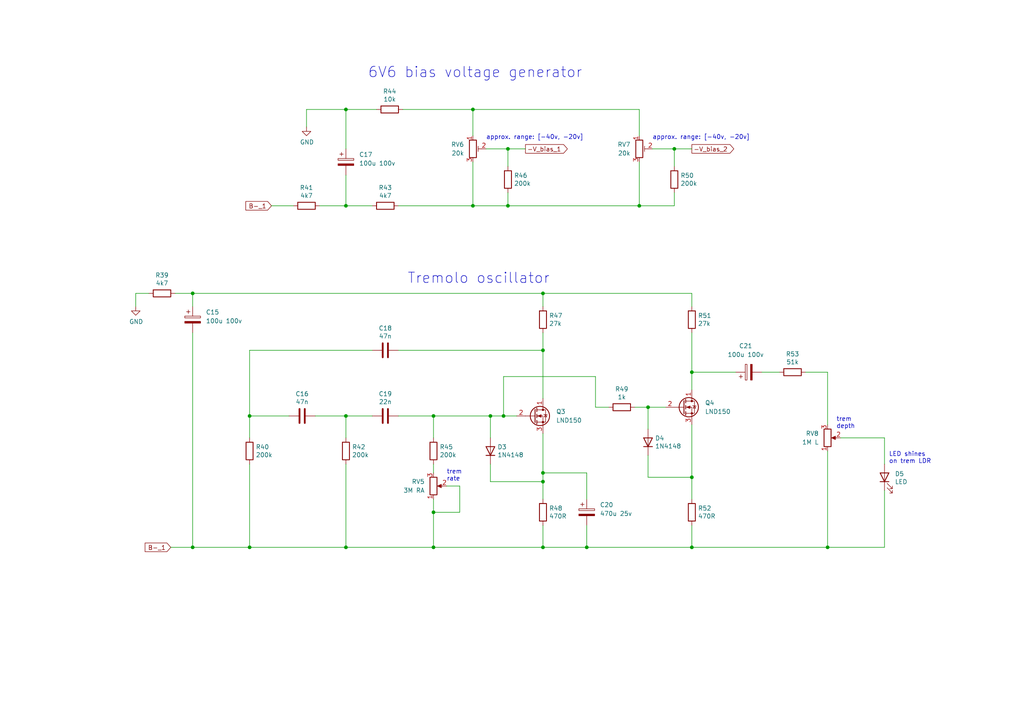
<source format=kicad_sch>
(kicad_sch (version 20211123) (generator eeschema)
  (paper "A4")
  (title_block (title "A200 12 watt class AB tube amp") (date "2021-12-26") (rev "0") (comment 1 "creativecommons.org/licenses/by/4.0/") (comment 2 "License: CC by 4.0") (comment 3 "Author: Jordan Aceto"))
  (lib_symbols
    (symbol "Device:C" (pin_numbers hide) (pin_names (offset 0.254))
      (property "Reference" "C" (at 0.635 2.54 0))
      (property "Value" "C" (at 0.635 -2.54 0))
      (symbol "C_0_1"
        (polyline (pts (xy -2.032 -0.762) (xy 2.032 -0.762)) (stroke (width 0.508)))
        (polyline (pts (xy -2.032 0.762) (xy 2.032 0.762)) (stroke (width 0.508)))
      )
      (symbol "C_1_1"
        (pin passive line (at 0 3.81 270) (length 2.794) (name "~") (number "1"))
        (pin passive line (at 0 -3.81 90) (length 2.794) (name "~") (number "2"))
      )
    )
    (symbol "Device:C_Polarized" (pin_numbers hide) (pin_names (offset 0.254))
      (property "Reference" "C" (at 0.635 2.54 0))
      (property "Value" "C_Polarized" (at 0.635 -2.54 0))
      (symbol "C_Polarized_0_1"
        (rectangle (start -2.286 0.508) (end 2.286 1.016))
        (polyline (pts (xy -1.778 2.286) (xy -0.762 2.286)))
        (polyline (pts (xy -1.27 2.794) (xy -1.27 1.778)))
        (rectangle (start 2.286 -0.508) (end -2.286 -1.016) (fill (type outline)))
      )
      (symbol "C_Polarized_1_1"
        (pin passive line (at 0 3.81 270) (length 2.794) (name "~") (number "1"))
        (pin passive line (at 0 -3.81 90) (length 2.794) (name "~") (number "2"))
      )
    )
    (symbol "Device:LED" (pin_numbers hide) (pin_names (offset 1.016) hide)
      (property "Reference" "D" (at 0 2.54 0))
      (property "Value" "LED" (at 0 -2.54 0))
      (symbol "LED_0_1"
        (polyline (pts (xy -1.27 -1.27) (xy -1.27 1.27)) (stroke (width 0.254)))
        (polyline (pts (xy -1.27 0) (xy 1.27 0)))
        (polyline (pts (xy 1.27 -1.27) (xy 1.27 1.27) (xy -1.27 0) (xy 1.27 -1.27)) (stroke (width 0.254)))
        (polyline (pts (xy -3.048 -0.762) (xy -4.572 -2.286) (xy -3.81 -2.286) (xy -4.572 -2.286) (xy -4.572 -1.524)))
        (polyline (pts (xy -1.778 -0.762) (xy -3.302 -2.286) (xy -2.54 -2.286) (xy -3.302 -2.286) (xy -3.302 -1.524)))
      )
      (symbol "LED_1_1"
        (pin passive line (at -3.81 0 0) (length 2.54) (name "K") (number "1"))
        (pin passive line (at 3.81 0 180) (length 2.54) (name "A") (number "2"))
      )
    )
    (symbol "Device:R" (pin_numbers hide) (pin_names (offset 0))
      (property "Reference" "R" (at 2.032 0 90))
      (property "Value" "R" (at 0 0 90))
      (symbol "R_0_1"
        (rectangle (start -1.016 -2.54) (end 1.016 2.54) (stroke (width 0.254)))
      )
      (symbol "R_1_1"
        (pin passive line (at 0 3.81 270) (length 1.27) (name "~") (number "1"))
        (pin passive line (at 0 -3.81 90) (length 1.27) (name "~") (number "2"))
      )
    )
    (symbol "Device:R_Potentiometer" (pin_names (offset 1.016) hide)
      (property "Reference" "RV" (at -4.445 0 90))
      (property "Value" "R_Potentiometer" (at -2.54 0 90))
      (symbol "R_Potentiometer_0_1"
        (polyline (pts (xy 2.54 0) (xy 1.524 0)))
        (polyline (pts (xy 1.143 0) (xy 2.286 0.508) (xy 2.286 -0.508) (xy 1.143 0)) (fill (type outline)))
        (rectangle (start 1.016 2.54) (end -1.016 -2.54) (stroke (width 0.254)))
      )
      (symbol "R_Potentiometer_1_1"
        (pin passive line (at 0 3.81 270) (length 1.27) (name "1") (number "1"))
        (pin passive line (at 3.81 0 180) (length 1.27) (name "2") (number "2"))
        (pin passive line (at 0 -3.81 90) (length 1.27) (name "3") (number "3"))
      )
    )
    (symbol "Device:R_Potentiometer_Trim" (pin_names (offset 1.016) hide)
      (property "Reference" "RV" (at -4.445 0 90))
      (property "Value" "R_Potentiometer_Trim" (at -2.54 0 90))
      (symbol "R_Potentiometer_Trim_0_1"
        (polyline (pts (xy 1.524 0.762) (xy 1.524 -0.762)))
        (polyline (pts (xy 2.54 0) (xy 1.524 0)))
        (rectangle (start 1.016 2.54) (end -1.016 -2.54) (stroke (width 0.254)))
      )
      (symbol "R_Potentiometer_Trim_1_1"
        (pin passive line (at 0 3.81 270) (length 1.27) (name "1") (number "1"))
        (pin passive line (at 3.81 0 180) (length 1.27) (name "2") (number "2"))
        (pin passive line (at 0 -3.81 90) (length 1.27) (name "3") (number "3"))
      )
    )
    (symbol "Diode:1N4148" (pin_numbers hide) (pin_names (offset 1.016) hide)
      (property "Reference" "D" (at 0 2.54 0))
      (property "Value" "1N4148" (at 0 -2.54 0))
      (symbol "1N4148_0_1"
        (polyline (pts (xy -1.27 1.27) (xy -1.27 -1.27)) (stroke (width 0.254)))
        (polyline (pts (xy 1.27 0) (xy -1.27 0)))
        (polyline (pts (xy 1.27 1.27) (xy 1.27 -1.27) (xy -1.27 0) (xy 1.27 1.27)) (stroke (width 0.254)))
      )
      (symbol "1N4148_1_1"
        (pin passive line (at -3.81 0 0) (length 2.54) (name "K") (number "1"))
        (pin passive line (at 3.81 0 180) (length 2.54) (name "A") (number "2"))
      )
    )
    (symbol "Transistor_FET:BSB008NE2LX" (pin_names hide)
      (property "Reference" "Q" (at 5.08 1.905 0))
      (property "Value" "BSB008NE2LX" (at 5.08 0 0))
      (symbol "BSB008NE2LX_0_1"
        (polyline (pts (xy 0.254 0) (xy -2.54 0)))
        (polyline (pts (xy 0.254 1.905) (xy 0.254 -1.905)) (stroke (width 0.254)))
        (polyline (pts (xy 0.762 -1.27) (xy 0.762 -2.286)) (stroke (width 0.254)))
        (polyline (pts (xy 0.762 0.508) (xy 0.762 -0.508)) (stroke (width 0.254)))
        (polyline (pts (xy 0.762 2.286) (xy 0.762 1.27)) (stroke (width 0.254)))
        (polyline (pts (xy 2.54 2.54) (xy 2.54 1.778)))
        (polyline (pts (xy 2.54 -2.54) (xy 2.54 0) (xy 0.762 0)))
        (polyline (pts (xy 0.762 -1.778) (xy 3.302 -1.778) (xy 3.302 1.778) (xy 0.762 1.778)))
        (polyline (pts (xy 1.016 0) (xy 2.032 0.381) (xy 2.032 -0.381) (xy 1.016 0)) (fill (type outline)))
        (polyline (pts (xy 2.794 0.508) (xy 2.921 0.381) (xy 3.683 0.381) (xy 3.81 0.254)))
        (polyline (pts (xy 3.302 0.381) (xy 2.921 -0.254) (xy 3.683 -0.254) (xy 3.302 0.381)))
        (circle (center 1.651 0) (radius 2.794) (stroke (width 0.254)))
        (circle (center 2.54 -1.778) (radius 0.254) (fill (type outline)))
        (circle (center 2.54 1.778) (radius 0.254) (fill (type outline)))
      )
      (symbol "BSB008NE2LX_1_1"
        (pin passive line (at 2.54 5.08 270) (length 2.54) (name "D") (number "1"))
        (pin input line (at -5.08 0 0) (length 2.54) (name "G") (number "2"))
        (pin passive line (at 2.54 -5.08 90) (length 2.54) (name "S") (number "3"))
      )
    )
    (symbol "power:GND" (power) (pin_names (offset 0))
      (property "Value" "GND" (at 0 -3.81 0))
      (symbol "GND_0_1"
        (polyline (pts (xy 0 0) (xy 0 -1.27) (xy 1.27 -1.27) (xy 0 -2.54) (xy -1.27 -1.27) (xy 0 -1.27)))
      )
      (symbol "GND_1_1"
        (pin power_in line (at 0 0 270) (length 0) hide (name "GND") (number "1"))
      )
    )
  )
  (junction (at 125.73 158.75))
  (junction (at 137.16 31.75))
  (junction (at 147.32 59.69))
  (junction (at 100.33 59.69))
  (junction (at 185.42 59.69))
  (junction (at 55.88 85.09))
  (junction (at 100.33 158.75))
  (junction (at 200.66 107.95))
  (junction (at 146.05 120.65))
  (junction (at 137.16 59.69))
  (junction (at 200.66 158.75))
  (junction (at 157.48 101.6))
  (junction (at 147.32 43.18))
  (junction (at 157.48 137.16))
  (junction (at 100.33 120.65))
  (junction (at 125.73 120.65))
  (junction (at 200.66 138.43))
  (junction (at 72.39 158.75))
  (junction (at 157.48 85.09))
  (junction (at 187.96 118.11))
  (junction (at 55.88 158.75))
  (junction (at 142.24 120.65))
  (junction (at 100.33 31.75))
  (junction (at 170.18 158.75))
  (junction (at 72.39 120.65))
  (junction (at 157.48 158.75))
  (junction (at 195.58 43.18))
  (junction (at 157.48 139.7))
  (junction (at 240.03 158.75))
  (junction (at 125.73 148.59))
  (wire (pts (xy 200.66 152.4) (xy 200.66 158.75)))
  (wire (pts (xy 100.33 120.65) (xy 91.44 120.65)))
  (wire (pts (xy 213.36 107.95) (xy 200.66 107.95)))
  (wire (pts (xy 115.57 101.6) (xy 157.48 101.6)))
  (wire (pts (xy 187.96 132.08) (xy 187.96 138.43)))
  (wire (pts (xy 157.48 139.7) (xy 157.48 137.16)))
  (wire (pts (xy 200.66 43.18) (xy 195.58 43.18)))
  (wire (pts (xy 240.03 158.75) (xy 240.03 130.81)))
  (wire (pts (xy 137.16 59.69) (xy 147.32 59.69)))
  (wire (pts (xy 256.54 142.24) (xy 256.54 158.75)))
  (wire (pts (xy 256.54 158.75) (xy 240.03 158.75)))
  (wire (pts (xy 170.18 158.75) (xy 200.66 158.75)))
  (wire (pts (xy 107.95 59.69) (xy 100.33 59.69)))
  (wire (pts (xy 100.33 50.8) (xy 100.33 59.69)))
  (wire (pts (xy 200.66 158.75) (xy 240.03 158.75)))
  (wire (pts (xy 157.48 85.09) (xy 55.88 85.09)))
  (wire (pts (xy 100.33 134.62) (xy 100.33 158.75)))
  (wire (pts (xy 107.95 120.65) (xy 100.33 120.65)))
  (wire (pts (xy 157.48 85.09) (xy 157.48 88.9)))
  (wire (pts (xy 147.32 48.26) (xy 147.32 43.18)))
  (wire (pts (xy 55.88 158.75) (xy 49.53 158.75)))
  (wire (pts (xy 142.24 134.62) (xy 142.24 139.7)))
  (wire (pts (xy 116.84 31.75) (xy 137.16 31.75)))
  (wire (pts (xy 172.72 109.22) (xy 172.72 118.11)))
  (wire (pts (xy 157.48 137.16) (xy 157.48 125.73)))
  (wire (pts (xy 100.33 31.75) (xy 100.33 43.18)))
  (wire (pts (xy 125.73 144.78) (xy 125.73 148.59)))
  (wire (pts (xy 100.33 59.69) (xy 92.71 59.69)))
  (wire (pts (xy 172.72 118.11) (xy 176.53 118.11)))
  (wire (pts (xy 256.54 127) (xy 243.84 127)))
  (wire (pts (xy 195.58 43.18) (xy 189.23 43.18)))
  (wire (pts (xy 157.48 158.75) (xy 157.48 152.4)))
  (wire (pts (xy 193.04 118.11) (xy 187.96 118.11)))
  (wire (pts (xy 100.33 127) (xy 100.33 120.65)))
  (wire (pts (xy 88.9 36.83) (xy 88.9 31.75)))
  (wire (pts (xy 146.05 120.65) (xy 146.05 109.22)))
  (wire (pts (xy 142.24 127) (xy 142.24 120.65)))
  (wire (pts (xy 109.22 31.75) (xy 100.33 31.75)))
  (wire (pts (xy 78.74 59.69) (xy 85.09 59.69)))
  (wire (pts (xy 147.32 43.18) (xy 140.97 43.18)))
  (wire (pts (xy 72.39 158.75) (xy 55.88 158.75)))
  (wire (pts (xy 137.16 31.75) (xy 185.42 31.75)))
  (wire (pts (xy 200.66 144.78) (xy 200.66 138.43)))
  (wire (pts (xy 240.03 123.19) (xy 240.03 107.95)))
  (wire (pts (xy 147.32 59.69) (xy 147.32 55.88)))
  (wire (pts (xy 200.66 138.43) (xy 200.66 123.19)))
  (wire (pts (xy 72.39 134.62) (xy 72.39 158.75)))
  (wire (pts (xy 187.96 138.43) (xy 200.66 138.43)))
  (wire (pts (xy 200.66 88.9) (xy 200.66 85.09)))
  (wire (pts (xy 185.42 31.75) (xy 185.42 39.37)))
  (wire (pts (xy 152.4 43.18) (xy 147.32 43.18)))
  (wire (pts (xy 142.24 139.7) (xy 157.48 139.7)))
  (wire (pts (xy 187.96 124.46) (xy 187.96 118.11)))
  (wire (pts (xy 55.88 96.52) (xy 55.88 158.75)))
  (wire (pts (xy 133.35 140.97) (xy 129.54 140.97)))
  (wire (pts (xy 39.37 85.09) (xy 43.18 85.09)))
  (wire (pts (xy 125.73 158.75) (xy 157.48 158.75)))
  (wire (pts (xy 226.06 107.95) (xy 220.98 107.95)))
  (wire (pts (xy 185.42 59.69) (xy 147.32 59.69)))
  (wire (pts (xy 125.73 120.65) (xy 142.24 120.65)))
  (wire (pts (xy 72.39 120.65) (xy 72.39 127)))
  (wire (pts (xy 115.57 120.65) (xy 125.73 120.65)))
  (wire (pts (xy 200.66 85.09) (xy 157.48 85.09)))
  (wire (pts (xy 39.37 88.9) (xy 39.37 85.09)))
  (wire (pts (xy 187.96 118.11) (xy 184.15 118.11)))
  (wire (pts (xy 83.82 120.65) (xy 72.39 120.65)))
  (wire (pts (xy 72.39 120.65) (xy 72.39 101.6)))
  (wire (pts (xy 157.48 158.75) (xy 170.18 158.75)))
  (wire (pts (xy 133.35 148.59) (xy 133.35 140.97)))
  (wire (pts (xy 137.16 46.99) (xy 137.16 59.69)))
  (wire (pts (xy 146.05 120.65) (xy 149.86 120.65)))
  (wire (pts (xy 157.48 101.6) (xy 157.48 115.57)))
  (wire (pts (xy 125.73 137.16) (xy 125.73 134.62)))
  (wire (pts (xy 157.48 144.78) (xy 157.48 139.7)))
  (wire (pts (xy 195.58 48.26) (xy 195.58 43.18)))
  (wire (pts (xy 146.05 109.22) (xy 172.72 109.22)))
  (wire (pts (xy 55.88 85.09) (xy 55.88 88.9)))
  (wire (pts (xy 170.18 152.4) (xy 170.18 158.75)))
  (wire (pts (xy 142.24 120.65) (xy 146.05 120.65)))
  (wire (pts (xy 100.33 158.75) (xy 72.39 158.75)))
  (wire (pts (xy 256.54 134.62) (xy 256.54 127)))
  (wire (pts (xy 185.42 46.99) (xy 185.42 59.69)))
  (wire (pts (xy 240.03 107.95) (xy 233.68 107.95)))
  (wire (pts (xy 72.39 101.6) (xy 107.95 101.6)))
  (wire (pts (xy 200.66 107.95) (xy 200.66 113.03)))
  (wire (pts (xy 88.9 31.75) (xy 100.33 31.75)))
  (wire (pts (xy 125.73 148.59) (xy 133.35 148.59)))
  (wire (pts (xy 137.16 59.69) (xy 115.57 59.69)))
  (wire (pts (xy 125.73 127) (xy 125.73 120.65)))
  (wire (pts (xy 170.18 137.16) (xy 157.48 137.16)))
  (wire (pts (xy 185.42 59.69) (xy 195.58 59.69)))
  (wire (pts (xy 125.73 148.59) (xy 125.73 158.75)))
  (wire (pts (xy 195.58 59.69) (xy 195.58 55.88)))
  (wire (pts (xy 200.66 96.52) (xy 200.66 107.95)))
  (wire (pts (xy 137.16 31.75) (xy 137.16 39.37)))
  (wire (pts (xy 170.18 144.78) (xy 170.18 137.16)))
  (wire (pts (xy 157.48 96.52) (xy 157.48 101.6)))
  (wire (pts (xy 125.73 158.75) (xy 100.33 158.75)))
  (wire (pts (xy 50.8 85.09) (xy 55.88 85.09)))
  (text "approx. range: [-40v, -20v]" (at 140.97 40.64 0) (effects (font (size 1.27 1.27)) (justify left bottom)))
  (text "approx. range: [-40v, -20v]" (at 189.23 40.64 0) (effects (font (size 1.27 1.27)) (justify left bottom)))
  (text "trem\ndepth" (at 242.57 124.46 0) (effects (font (size 1.27 1.27)) (justify left bottom)))
  (text "trem\nrate" (at 129.54 139.7 0) (effects (font (size 1.27 1.27)) (justify left bottom)))
  (text "6V6 bias voltage generator" (at 106.68 22.86 0) (effects (font (size 2.9972 2.9972)) (justify left bottom)))
  (text "LED shines\non trem LDR" (at 257.81 134.62 0) (effects (font (size 1.27 1.27)) (justify left bottom)))
  (text "Tremolo oscillator" (at 118.11 82.55 0) (effects (font (size 2.9972 2.9972)) (justify left bottom)))
  (global_label "B-_1" (shape input) (at 49.53 158.75 180) (property "Intersheet References" "${INTERSHEET_REFS}" (effects hide)))
  (global_label "-V_bias_1" (shape output) (at 152.4 43.18 0) (property "Intersheet References" "${INTERSHEET_REFS}" (effects hide)))
  (global_label "-V_bias_2" (shape output) (at 200.66 43.18 0) (property "Intersheet References" "${INTERSHEET_REFS}" (effects hide)))
  (global_label "B-_1" (shape input) (at 78.74 59.69 180) (property "Intersheet References" "${INTERSHEET_REFS}" (effects hide)))
  (symbol (lib_id "Device:R") (at 147.32 52.07 0) (unit 1)
    (property "Reference" "R46" (at 149.098 50.9016 0) (effects (justify left)))
    (property "Value" "200k" (at 149.098 53.213 0) (effects (justify left)))
  )
  (symbol (lib_id "Device:R") (at 88.9 59.69 270) (unit 1)
    (property "Reference" "R41" (at 88.9 54.4322 90))
    (property "Value" "4k7" (at 88.9 56.7436 90))
  )
  (symbol (lib_id "Device:R") (at 111.76 59.69 270) (unit 1)
    (property "Reference" "R43" (at 111.76 54.4322 90))
    (property "Value" "4k7" (at 111.76 56.7436 90))
  )
  (symbol (lib_id "Device:R") (at 113.03 31.75 270) (unit 1)
    (property "Reference" "R44" (at 113.03 26.4922 90))
    (property "Value" "10k" (at 113.03 28.8036 90))
  )
  (symbol (lib_id "Device:R") (at 195.58 52.07 0) (unit 1)
    (property "Reference" "R50" (at 197.358 50.9016 0) (effects (justify left)))
    (property "Value" "200k" (at 197.358 53.213 0) (effects (justify left)))
  )
  (symbol (lib_id "power:GND") (at 88.9 36.83 0) (unit 1)
    (property "Reference" "#PWR014" (effects hide))
    (property "Value" "GND" (at 89.027 41.2242 0))
  )
  (symbol (lib_id "Device:C") (at 111.76 101.6 270) (unit 1)
    (property "Reference" "C18" (at 111.76 95.1992 90))
    (property "Value" "47n" (at 111.76 97.5106 90))
  )
  (symbol (lib_id "Device:C") (at 111.76 120.65 270) (unit 1)
    (property "Reference" "C19" (at 111.76 114.2492 90))
    (property "Value" "22n" (at 111.76 116.5606 90))
  )
  (symbol (lib_id "Device:R") (at 100.33 130.81 0) (unit 1)
    (property "Reference" "R42" (at 102.108 129.6416 0) (effects (justify left)))
    (property "Value" "200k" (at 102.108 131.953 0) (effects (justify left)))
  )
  (symbol (lib_id "Device:R") (at 125.73 130.81 0) (unit 1)
    (property "Reference" "R45" (at 127.508 129.6416 0) (effects (justify left)))
    (property "Value" "200k" (at 127.508 131.953 0) (effects (justify left)))
  )
  (symbol (lib_id "Diode:1N4148") (at 142.24 130.81 90) (unit 1)
    (property "Reference" "D3" (at 144.272 129.6416 90) (effects (justify right)))
    (property "Value" "1N4148" (at 144.272 131.953 90) (effects (justify right)))
    (property "Footprint" "Diode_THT:D_DO-35_SOD27_P7.62mm_Horizontal" (effects hide))
    (property "Datasheet" "https://assets.nexperia.com/documents/data-sheet/1N4148_1N4448.pdf" (effects hide))
  )
  (symbol (lib_id "Diode:1N4148") (at 187.96 128.27 90) (unit 1)
    (property "Reference" "D4" (at 189.992 127.1016 90) (effects (justify right)))
    (property "Value" "1N4148" (at 189.992 129.413 90) (effects (justify right)))
    (property "Footprint" "Diode_THT:D_DO-35_SOD27_P7.62mm_Horizontal" (effects hide))
    (property "Datasheet" "https://assets.nexperia.com/documents/data-sheet/1N4148_1N4448.pdf" (effects hide))
  )
  (symbol (lib_id "Device:R") (at 180.34 118.11 270) (unit 1)
    (property "Reference" "R49" (at 180.34 112.8522 90))
    (property "Value" "1k" (at 180.34 115.1636 90))
  )
  (symbol (lib_id "Device:R") (at 200.66 148.59 0) (unit 1)
    (property "Reference" "R52" (at 202.438 147.4216 0) (effects (justify left)))
    (property "Value" "470R" (at 202.438 149.733 0) (effects (justify left)))
  )
  (symbol (lib_id "Device:R") (at 200.66 92.71 0) (unit 1)
    (property "Reference" "R51" (at 202.438 91.5416 0) (effects (justify left)))
    (property "Value" "27k" (at 202.438 93.853 0) (effects (justify left)))
  )
  (symbol (lib_id "Device:R") (at 229.87 107.95 270) (unit 1)
    (property "Reference" "R53" (at 229.87 102.6922 90))
    (property "Value" "51k" (at 229.87 105.0036 90))
  )
  (symbol (lib_id "Device:R") (at 46.99 85.09 270) (unit 1)
    (property "Reference" "R39" (at 46.99 79.8322 90))
    (property "Value" "4k7" (at 46.99 82.1436 90))
  )
  (symbol (lib_id "Device:R") (at 157.48 148.59 0) (unit 1)
    (property "Reference" "R48" (at 159.258 147.4216 0) (effects (justify left)))
    (property "Value" "470R" (at 159.258 149.733 0) (effects (justify left)))
  )
  (symbol (lib_id "Device:R") (at 157.48 92.71 0) (unit 1)
    (property "Reference" "R47" (at 159.258 91.5416 0) (effects (justify left)))
    (property "Value" "27k" (at 159.258 93.853 0) (effects (justify left)))
  )
  (symbol (lib_id "Device:R") (at 72.39 130.81 0) (unit 1)
    (property "Reference" "R40" (at 74.168 129.6416 0) (effects (justify left)))
    (property "Value" "200k" (at 74.168 131.953 0) (effects (justify left)))
  )
  (symbol (lib_id "Device:LED") (at 256.54 138.43 90) (unit 1)
    (property "Reference" "D5" (at 259.5372 137.4394 90) (effects (justify right)))
    (property "Value" "LED" (at 259.5372 139.7508 90) (effects (justify right)))
  )
  (symbol (lib_id "Device:C") (at 87.63 120.65 270) (unit 1)
    (property "Reference" "C16" (at 87.63 114.2492 90))
    (property "Value" "47n" (at 87.63 116.5606 90))
  )
  (symbol (lib_id "power:GND") (at 39.37 88.9 0) (unit 1)
    (property "Reference" "#PWR013" (effects hide))
    (property "Value" "GND" (at 39.497 93.2942 0))
  )
  (symbol (lib_id "Device:C_Polarized") (at 55.88 92.71 0) (unit 1)
    (property "Reference" "C15" (at 59.69 90.5509 0) (effects (justify left)))
    (property "Value" "100u 100v" (at 59.69 93.0909 0) (effects (justify left)))
  )
  (symbol (lib_id "Device:R_Potentiometer") (at 125.73 140.97 0) (mirror x) (unit 1)
    (property "Reference" "RV5" (at 123.19 139.6999 0) (effects (justify right)))
    (property "Value" "3M RA" (at 123.19 142.2399 0) (effects (justify right)))
  )
  (symbol (lib_id "Device:C_Polarized") (at 100.33 46.99 0) (unit 1)
    (property "Reference" "C17" (at 104.14 44.8309 0) (effects (justify left)))
    (property "Value" "100u 100v" (at 104.14 47.3709 0) (effects (justify left)))
  )
  (symbol (lib_id "Device:C_Polarized") (at 170.18 148.59 0) (unit 1)
    (property "Reference" "C20" (at 173.99 146.4309 0) (effects (justify left)))
    (property "Value" "470u 25v" (at 173.99 148.9709 0) (effects (justify left)))
  )
  (symbol (lib_id "Transistor_FET:BSB008NE2LX") (at 154.94 120.65 0) (unit 1)
    (property "Reference" "Q3" (at 161.29 119.3799 0) (effects (justify left)))
    (property "Value" "LND150" (at 161.29 121.9199 0) (effects (justify left)))
    (property "Footprint" "Package_TO_SOT_THT:TO-92" (effects hide))
  )
  (symbol (lib_id "Device:R_Potentiometer_Trim") (at 137.16 43.18 0) (unit 1)
    (property "Reference" "RV6" (at 134.62 41.9099 0) (effects (justify right)))
    (property "Value" "20k" (at 134.62 44.4499 0) (effects (justify right)))
  )
  (symbol (lib_id "Device:R_Potentiometer") (at 240.03 127 0) (mirror x) (unit 1)
    (property "Reference" "RV8" (at 237.49 125.7299 0) (effects (justify right)))
    (property "Value" "1M L" (at 237.49 128.2699 0) (effects (justify right)))
  )
  (symbol (lib_id "Transistor_FET:BSB008NE2LX") (at 198.12 118.11 0) (unit 1)
    (property "Reference" "Q4" (at 204.47 116.8399 0) (effects (justify left)))
    (property "Value" "LND150" (at 204.47 119.3799 0) (effects (justify left)))
    (property "Footprint" "Package_TO_SOT_THT:TO-92" (effects hide))
  )
  (symbol (lib_id "Device:R_Potentiometer_Trim") (at 185.42 43.18 0) (unit 1)
    (property "Reference" "RV7" (at 182.88 41.9099 0) (effects (justify right)))
    (property "Value" "20k" (at 182.88 44.4499 0) (effects (justify right)))
  )
  (symbol (lib_id "Device:C_Polarized") (at 217.17 107.95 90) (unit 1)
    (property "Reference" "C21" (at 216.281 100.33 90))
    (property "Value" "100u 100v" (at 216.281 102.87 90))
  )
)
</source>
